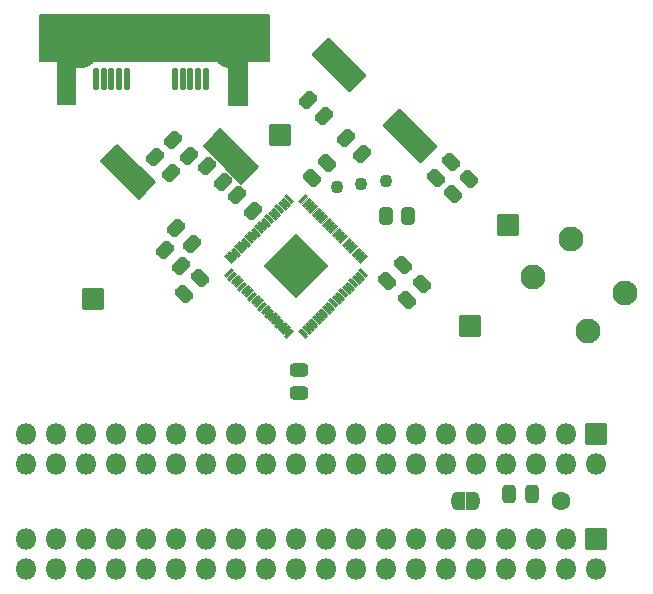
<source format=gbr>
%TF.GenerationSoftware,KiCad,Pcbnew,(6.0.4)*%
%TF.CreationDate,2022-04-10T17:23:06-04:00*%
%TF.ProjectId,ftdi601_breakout,66746469-3630-4315-9f62-7265616b6f75,rev?*%
%TF.SameCoordinates,Original*%
%TF.FileFunction,Soldermask,Top*%
%TF.FilePolarity,Negative*%
%FSLAX46Y46*%
G04 Gerber Fmt 4.6, Leading zero omitted, Abs format (unit mm)*
G04 Created by KiCad (PCBNEW (6.0.4)) date 2022-04-10 17:23:06*
%MOMM*%
%LPD*%
G01*
G04 APERTURE LIST*
G04 Aperture macros list*
%AMRoundRect*
0 Rectangle with rounded corners*
0 $1 Rounding radius*
0 $2 $3 $4 $5 $6 $7 $8 $9 X,Y pos of 4 corners*
0 Add a 4 corners polygon primitive as box body*
4,1,4,$2,$3,$4,$5,$6,$7,$8,$9,$2,$3,0*
0 Add four circle primitives for the rounded corners*
1,1,$1+$1,$2,$3*
1,1,$1+$1,$4,$5*
1,1,$1+$1,$6,$7*
1,1,$1+$1,$8,$9*
0 Add four rect primitives between the rounded corners*
20,1,$1+$1,$2,$3,$4,$5,0*
20,1,$1+$1,$4,$5,$6,$7,0*
20,1,$1+$1,$6,$7,$8,$9,0*
20,1,$1+$1,$8,$9,$2,$3,0*%
%AMFreePoly0*
4,1,37,0.535921,0.785921,0.550800,0.750000,0.550800,-0.750000,0.535921,-0.785921,0.500000,-0.800800,0.000000,-0.800800,-0.012526,-0.795612,-0.080872,-0.794359,-0.095090,-0.792057,-0.230405,-0.749782,-0.243405,-0.743581,-0.361415,-0.665026,-0.372153,-0.655426,-0.463373,-0.546907,-0.470984,-0.534678,-0.528079,-0.404919,-0.531952,-0.391047,-0.549535,-0.256587,-0.548147,-0.256405,-0.550800,-0.250000,
-0.550800,0.250000,-0.550314,0.251174,-0.550158,0.263925,-0.528347,0.404002,-0.524136,0.417775,-0.463888,0.546100,-0.455980,0.558139,-0.362136,0.664397,-0.351168,0.673732,-0.231273,0.749380,-0.218125,0.755261,-0.081818,0.794218,-0.067547,0.796173,-0.011991,0.795833,0.000000,0.800800,0.500000,0.800800,0.535921,0.785921,0.535921,0.785921,$1*%
%AMFreePoly1*
4,1,37,0.012350,0.795685,0.074215,0.795307,0.088460,0.793178,0.224281,0.752559,0.237356,0.746518,0.356318,0.669411,0.367173,0.659942,0.459711,0.552545,0.467470,0.540411,0.526147,0.411359,0.530190,0.397535,0.550287,0.257202,0.550800,0.250000,0.550800,-0.250000,0.550796,-0.250620,0.550647,-0.262836,0.549947,-0.270644,0.526427,-0.410445,0.522048,-0.424167,0.460236,-0.551746,
0.452182,-0.563686,0.357047,-0.668790,0.345965,-0.677991,0.225155,-0.752168,0.211936,-0.757888,0.075163,-0.795177,0.060870,-0.796957,0.011464,-0.796051,0.000000,-0.800800,-0.500000,-0.800800,-0.535921,-0.785921,-0.550800,-0.750000,-0.550800,0.750000,-0.535921,0.785921,-0.500000,0.800800,0.000000,0.800800,0.012350,0.795685,0.012350,0.795685,$1*%
G04 Aperture macros list end*
%ADD10C,0.200000*%
%ADD11C,0.150000*%
%ADD12RoundRect,0.150800X0.100000X0.800000X-0.100000X0.800000X-0.100000X-0.800000X0.100000X-0.800000X0*%
%ADD13C,3.101600*%
%ADD14RoundRect,0.300800X0.512652X0.159099X0.159099X0.512652X-0.512652X-0.159099X-0.159099X-0.512652X0*%
%ADD15RoundRect,0.300800X0.159099X-0.512652X0.512652X-0.159099X-0.159099X0.512652X-0.512652X0.159099X0*%
%ADD16RoundRect,0.300800X0.250000X0.475000X-0.250000X0.475000X-0.250000X-0.475000X0.250000X-0.475000X0*%
%ADD17RoundRect,0.300800X0.475000X-0.250000X0.475000X0.250000X-0.475000X0.250000X-0.475000X-0.250000X0*%
%ADD18RoundRect,0.050800X-0.850000X0.850000X-0.850000X-0.850000X0.850000X-0.850000X0.850000X0.850000X0*%
%ADD19O,1.801600X1.801600*%
%ADD20RoundRect,0.050800X-0.850000X-0.850000X0.850000X-0.850000X0.850000X0.850000X-0.850000X0.850000X0*%
%ADD21C,1.101600*%
%ADD22RoundRect,0.300800X-0.262500X-0.450000X0.262500X-0.450000X0.262500X0.450000X-0.262500X0.450000X0*%
%ADD23RoundRect,0.300800X-0.512652X-0.159099X-0.159099X-0.512652X0.512652X0.159099X0.159099X0.512652X0*%
%ADD24RoundRect,0.300800X0.132583X-0.503814X0.503814X-0.132583X-0.132583X0.503814X-0.503814X0.132583X0*%
%ADD25C,2.101600*%
%ADD26RoundRect,0.050800X2.298097X-0.883883X-0.883883X2.298097X-2.298097X0.883883X0.883883X-2.298097X0*%
%ADD27FreePoly0,180.000000*%
%ADD28FreePoly1,180.000000*%
%ADD29RoundRect,0.100800X0.220971X0.291682X-0.291682X-0.220971X-0.220971X-0.291682X0.291682X0.220971X0*%
%ADD30RoundRect,0.100800X-0.220971X0.291682X-0.291682X0.220971X0.220971X-0.291682X0.291682X-0.220971X0*%
%ADD31RoundRect,0.050800X0.000000X2.687006X-2.687006X0.000000X0.000000X-2.687006X2.687006X0.000000X0*%
%ADD32C,1.601600*%
G04 APERTURE END LIST*
D10*
X144807035Y-69675000D02*
X146307035Y-69675000D01*
X146307035Y-69675000D02*
X146307035Y-73825000D01*
X146307035Y-73825000D02*
X144807035Y-73825000D01*
X144807035Y-73825000D02*
X144807035Y-69675000D01*
G36*
X144807035Y-69675000D02*
G01*
X146307035Y-69675000D01*
X146307035Y-73825000D01*
X144807035Y-73825000D01*
X144807035Y-69675000D01*
G37*
X130307035Y-69350000D02*
X131807035Y-69350000D01*
X131807035Y-69350000D02*
X131807035Y-73800000D01*
X131807035Y-73800000D02*
X130307035Y-73800000D01*
X130307035Y-73800000D02*
X130307035Y-69350000D01*
G36*
X130307035Y-69350000D02*
G01*
X131807035Y-69350000D01*
X131807035Y-73800000D01*
X130307035Y-73800000D01*
X130307035Y-69350000D01*
G37*
D11*
G36*
X138557035Y-80400000D02*
G01*
X137157035Y-81800000D01*
X133957035Y-78600000D01*
X135357035Y-77200000D01*
X138557035Y-80400000D01*
G37*
X138557035Y-80400000D02*
X137157035Y-81800000D01*
X133957035Y-78600000D01*
X135357035Y-77200000D01*
X138557035Y-80400000D01*
X148200000Y-70100000D02*
X128850000Y-70100000D01*
X128850000Y-70100000D02*
X128850000Y-66200000D01*
X128850000Y-66200000D02*
X148200000Y-66200000D01*
X148200000Y-66200000D02*
X148200000Y-70100000D01*
G36*
X148200000Y-70100000D02*
G01*
X128850000Y-70100000D01*
X128850000Y-66200000D01*
X148200000Y-66200000D01*
X148200000Y-70100000D01*
G37*
G36*
X147257035Y-79100000D02*
G01*
X145857035Y-80500000D01*
X142657035Y-77300000D01*
X144057035Y-75900000D01*
X147257035Y-79100000D01*
G37*
X147257035Y-79100000D02*
X145857035Y-80500000D01*
X142657035Y-77300000D01*
X144057035Y-75900000D01*
X147257035Y-79100000D01*
D10*
X144807035Y-69675000D02*
X146307035Y-69675000D01*
X146307035Y-69675000D02*
X146307035Y-73825000D01*
X146307035Y-73825000D02*
X144807035Y-73825000D01*
X144807035Y-73825000D02*
X144807035Y-69675000D01*
G36*
X144807035Y-69675000D02*
G01*
X146307035Y-69675000D01*
X146307035Y-73825000D01*
X144807035Y-73825000D01*
X144807035Y-69675000D01*
G37*
X130307035Y-69350000D02*
X131807035Y-69350000D01*
X131807035Y-69350000D02*
X131807035Y-73800000D01*
X131807035Y-73800000D02*
X130307035Y-73800000D01*
X130307035Y-73800000D02*
X130307035Y-69350000D01*
G36*
X130307035Y-69350000D02*
G01*
X131807035Y-69350000D01*
X131807035Y-73800000D01*
X130307035Y-73800000D01*
X130307035Y-69350000D01*
G37*
D11*
G36*
X138557035Y-80400000D02*
G01*
X137157035Y-81800000D01*
X133957035Y-78600000D01*
X135357035Y-77200000D01*
X138557035Y-80400000D01*
G37*
X138557035Y-80400000D02*
X137157035Y-81800000D01*
X133957035Y-78600000D01*
X135357035Y-77200000D01*
X138557035Y-80400000D01*
X148200000Y-70100000D02*
X128850000Y-70100000D01*
X128850000Y-70100000D02*
X128850000Y-66200000D01*
X128850000Y-66200000D02*
X148200000Y-66200000D01*
X148200000Y-66200000D02*
X148200000Y-70100000D01*
G36*
X148200000Y-70100000D02*
G01*
X128850000Y-70100000D01*
X128850000Y-66200000D01*
X148200000Y-66200000D01*
X148200000Y-70100000D01*
G37*
G36*
X147257035Y-79100000D02*
G01*
X145857035Y-80500000D01*
X142657035Y-77300000D01*
X144057035Y-75900000D01*
X147257035Y-79100000D01*
G37*
X147257035Y-79100000D02*
X145857035Y-80500000D01*
X142657035Y-77300000D01*
X144057035Y-75900000D01*
X147257035Y-79100000D01*
D12*
%TO.C,J1*%
X142850000Y-71675000D03*
X142200000Y-71675000D03*
X141550000Y-71675000D03*
X140250000Y-71675000D03*
X136150000Y-71675000D03*
X135500000Y-71675000D03*
X134850000Y-71675000D03*
X134200000Y-71675000D03*
X133550000Y-71675000D03*
D13*
X132200000Y-69175000D03*
X145000000Y-69175000D03*
D12*
X140900000Y-71675000D03*
%TD*%
D14*
%TO.C,C2*%
X141421751Y-78171751D03*
X140078249Y-76828249D03*
%TD*%
D15*
%TO.C,C11*%
X158214125Y-88757626D03*
X159557627Y-87414124D03*
%TD*%
D16*
%TO.C,C10*%
X170457035Y-106800000D03*
X168557035Y-106800000D03*
%TD*%
D17*
%TO.C,C8*%
X150757035Y-98200000D03*
X150757035Y-96300000D03*
%TD*%
D18*
%TO.C,J3*%
X175900000Y-101725000D03*
D19*
X175900000Y-104265000D03*
X173360000Y-101725000D03*
X173360000Y-104265000D03*
X170820000Y-101725000D03*
X170820000Y-104265000D03*
X168280000Y-101725000D03*
X168280000Y-104265000D03*
X165740000Y-101725000D03*
X165740000Y-104265000D03*
X163200000Y-101725000D03*
X163200000Y-104265000D03*
X160660000Y-101725000D03*
X160660000Y-104265000D03*
X158120000Y-101725000D03*
X158120000Y-104265000D03*
X155580000Y-101725000D03*
X155580000Y-104265000D03*
X153040000Y-101725000D03*
X153040000Y-104265000D03*
X150500000Y-101725000D03*
X150500000Y-104265000D03*
X147960000Y-101725000D03*
X147960000Y-104265000D03*
X145420000Y-101725000D03*
X145420000Y-104265000D03*
X142880000Y-101725000D03*
X142880000Y-104265000D03*
X140340000Y-101725000D03*
X140340000Y-104265000D03*
X137800000Y-101725000D03*
X137800000Y-104265000D03*
X135260000Y-101725000D03*
X135260000Y-104265000D03*
X132720000Y-101725000D03*
X132720000Y-104265000D03*
X130180000Y-101725000D03*
X130180000Y-104265000D03*
X127640000Y-101725000D03*
X127640000Y-104265000D03*
%TD*%
D14*
%TO.C,C6*%
X152871751Y-74771751D03*
X151528249Y-73428249D03*
%TD*%
D15*
%TO.C,C13*%
X141028249Y-89871751D03*
X142371751Y-88528249D03*
%TD*%
D20*
%TO.C,GND*%
X168400000Y-84000000D03*
%TD*%
D21*
%TO.C,GPIO0*%
X155957035Y-80500000D03*
%TD*%
D22*
%TO.C,R2*%
X158107035Y-83250000D03*
X159932035Y-83250000D03*
%TD*%
D23*
%TO.C,C5*%
X154756498Y-76656498D03*
X156100000Y-78000000D03*
%TD*%
D15*
%TO.C,C4*%
X162300000Y-80000000D03*
X163643502Y-78656498D03*
%TD*%
%TO.C,C14*%
X159842374Y-90329377D03*
X161185876Y-88985875D03*
%TD*%
D20*
%TO.C,GND*%
X149100000Y-76400000D03*
%TD*%
D24*
%TO.C,R3*%
X151854765Y-80045235D03*
X153145235Y-78754765D03*
%TD*%
D25*
%TO.C,RESET*%
X178357035Y-89800000D03*
X173760841Y-85203806D03*
X175175055Y-92981981D03*
X170578860Y-88385787D03*
%TD*%
D23*
%TO.C,C7*%
X139428249Y-86128249D03*
X140771751Y-87471751D03*
%TD*%
D18*
%TO.C,J4*%
X175900000Y-110615000D03*
D19*
X175900000Y-113155000D03*
X173360000Y-110615000D03*
X173360000Y-113155000D03*
X170820000Y-110615000D03*
X170820000Y-113155000D03*
X168280000Y-110615000D03*
X168280000Y-113155000D03*
X165740000Y-110615000D03*
X165740000Y-113155000D03*
X163200000Y-110615000D03*
X163200000Y-113155000D03*
X160660000Y-110615000D03*
X160660000Y-113155000D03*
X158120000Y-110615000D03*
X158120000Y-113155000D03*
X155580000Y-110615000D03*
X155580000Y-113155000D03*
X153040000Y-110615000D03*
X153040000Y-113155000D03*
X150500000Y-110615000D03*
X150500000Y-113155000D03*
X147960000Y-110615000D03*
X147960000Y-113155000D03*
X145420000Y-110615000D03*
X145420000Y-113155000D03*
X142880000Y-110615000D03*
X142880000Y-113155000D03*
X140340000Y-110615000D03*
X140340000Y-113155000D03*
X137800000Y-110615000D03*
X137800000Y-113155000D03*
X135260000Y-110615000D03*
X135260000Y-113155000D03*
X132720000Y-110615000D03*
X132720000Y-113155000D03*
X130180000Y-110615000D03*
X130180000Y-113155000D03*
X127640000Y-110615000D03*
X127640000Y-113155000D03*
%TD*%
D26*
%TO.C,Y1*%
X160105204Y-76505204D03*
X154094796Y-70494796D03*
%TD*%
D23*
%TO.C,C9*%
X145464124Y-81464125D03*
X146807626Y-82807627D03*
%TD*%
D27*
%TO.C,JP2*%
X165500000Y-107400000D03*
D28*
X164200000Y-107400000D03*
%TD*%
D14*
%TO.C,C1*%
X141700000Y-85600000D03*
X140356498Y-84256498D03*
%TD*%
D29*
%TO.C,U2*%
X156183371Y-86928078D03*
X155900528Y-86645235D03*
X155617685Y-86362393D03*
X155334843Y-86079550D03*
X155052000Y-85796707D03*
X154769157Y-85513865D03*
X154486314Y-85231022D03*
X154203472Y-84948179D03*
X153920629Y-84665336D03*
X153637786Y-84382494D03*
X153354944Y-84099651D03*
X153072101Y-83816808D03*
X152789258Y-83533966D03*
X152506415Y-83251123D03*
X152223573Y-82968280D03*
X151940730Y-82685437D03*
X151657887Y-82402595D03*
X151375045Y-82119752D03*
X151092202Y-81836909D03*
D30*
X149907798Y-81836909D03*
X149624955Y-82119752D03*
X149342113Y-82402595D03*
X149059270Y-82685437D03*
X148776427Y-82968280D03*
X148493585Y-83251123D03*
X148210742Y-83533966D03*
X147927899Y-83816808D03*
X147645056Y-84099651D03*
X147362214Y-84382494D03*
X147079371Y-84665336D03*
X146796528Y-84948179D03*
X146513686Y-85231022D03*
X146230843Y-85513865D03*
X145948000Y-85796707D03*
X145665157Y-86079550D03*
X145382315Y-86362393D03*
X145099472Y-86645235D03*
X144816629Y-86928078D03*
D29*
X144816629Y-88112482D03*
X145099472Y-88395325D03*
X145382315Y-88678167D03*
X145665157Y-88961010D03*
X145948000Y-89243853D03*
X146230843Y-89526695D03*
X146513686Y-89809538D03*
X146796528Y-90092381D03*
X147079371Y-90375224D03*
X147362214Y-90658066D03*
X147645056Y-90940909D03*
X147927899Y-91223752D03*
X148210742Y-91506594D03*
X148493585Y-91789437D03*
X148776427Y-92072280D03*
X149059270Y-92355123D03*
X149342113Y-92637965D03*
X149624955Y-92920808D03*
X149907798Y-93203651D03*
D30*
X151092202Y-93203651D03*
X151375045Y-92920808D03*
X151657887Y-92637965D03*
X151940730Y-92355123D03*
X152223573Y-92072280D03*
X152506415Y-91789437D03*
X152789258Y-91506594D03*
X153072101Y-91223752D03*
X153354944Y-90940909D03*
X153637786Y-90658066D03*
X153920629Y-90375224D03*
X154203472Y-90092381D03*
X154486314Y-89809538D03*
X154769157Y-89526695D03*
X155052000Y-89243853D03*
X155334843Y-88961010D03*
X155617685Y-88678167D03*
X155900528Y-88395325D03*
X156183371Y-88112482D03*
D31*
X150500000Y-87520280D03*
%TD*%
D24*
%TO.C,R1*%
X163800000Y-81400000D03*
X165090470Y-80109530D03*
%TD*%
D23*
%TO.C,C12*%
X142956498Y-79056498D03*
X144300000Y-80400000D03*
%TD*%
D21*
%TO.C,~{WAKEUP}*%
X158132035Y-80275000D03*
%TD*%
D20*
%TO.C,GND*%
X165257035Y-92550000D03*
%TD*%
%TO.C,GND*%
X133300000Y-90300000D03*
%TD*%
D14*
%TO.C,C3*%
X139921751Y-79593502D03*
X138578249Y-78250000D03*
%TD*%
D32*
%TO.C,VCCIO*%
X172900000Y-107400000D03*
%TD*%
D21*
%TO.C,GPIO1*%
X153957035Y-80800000D03*
%TD*%
G36*
X149987146Y-92773294D02*
G01*
X149987176Y-92774202D01*
X149979912Y-92810716D01*
X150000463Y-92841475D01*
X150036965Y-92848736D01*
X150053818Y-92841755D01*
X150055801Y-92842016D01*
X150056566Y-92843864D01*
X150055997Y-92845017D01*
X149548953Y-93352061D01*
X149547021Y-93352579D01*
X149545607Y-93351165D01*
X149545577Y-93350257D01*
X149552841Y-93313743D01*
X149532290Y-93282984D01*
X149495788Y-93275723D01*
X149478935Y-93282704D01*
X149476952Y-93282443D01*
X149476187Y-93280595D01*
X149476756Y-93279442D01*
X149983800Y-92772398D01*
X149985732Y-92771880D01*
X149987146Y-92773294D01*
G37*
G36*
X151016411Y-92772609D02*
G01*
X151523455Y-93279653D01*
X151523973Y-93281585D01*
X151522559Y-93282999D01*
X151521651Y-93283029D01*
X151485137Y-93275765D01*
X151454378Y-93296316D01*
X151447117Y-93332818D01*
X151454098Y-93349671D01*
X151453837Y-93351654D01*
X151451989Y-93352419D01*
X151450836Y-93351850D01*
X150943792Y-92844806D01*
X150943274Y-92842874D01*
X150944688Y-92841460D01*
X150945596Y-92841430D01*
X150982110Y-92848694D01*
X151012869Y-92828143D01*
X151020130Y-92791641D01*
X151013149Y-92774788D01*
X151013410Y-92772805D01*
X151015258Y-92772040D01*
X151016411Y-92772609D01*
G37*
G36*
X149704306Y-92490449D02*
G01*
X149704336Y-92491357D01*
X149697072Y-92527872D01*
X149717623Y-92558631D01*
X149754124Y-92565892D01*
X149770976Y-92558911D01*
X149772958Y-92559172D01*
X149773724Y-92561020D01*
X149773155Y-92562173D01*
X149266108Y-93069220D01*
X149264176Y-93069738D01*
X149262762Y-93068324D01*
X149262732Y-93067416D01*
X149269996Y-93030901D01*
X149249445Y-93000142D01*
X149212944Y-92992881D01*
X149196092Y-92999862D01*
X149194110Y-92999601D01*
X149193344Y-92997753D01*
X149193913Y-92996600D01*
X149700960Y-92489553D01*
X149702892Y-92489035D01*
X149704306Y-92490449D01*
G37*
G36*
X151299252Y-92489765D02*
G01*
X151806300Y-92996813D01*
X151806818Y-92998745D01*
X151805404Y-93000159D01*
X151804496Y-93000189D01*
X151767981Y-92992925D01*
X151737222Y-93013476D01*
X151729961Y-93049977D01*
X151736942Y-93066829D01*
X151736681Y-93068811D01*
X151734833Y-93069577D01*
X151733680Y-93069008D01*
X151226632Y-92561960D01*
X151226114Y-92560028D01*
X151227528Y-92558614D01*
X151228436Y-92558584D01*
X151264951Y-92565848D01*
X151295710Y-92545297D01*
X151302971Y-92508796D01*
X151295990Y-92491944D01*
X151296251Y-92489962D01*
X151298099Y-92489196D01*
X151299252Y-92489765D01*
G37*
G36*
X149421464Y-92207606D02*
G01*
X149421494Y-92208514D01*
X149414230Y-92245029D01*
X149434781Y-92275788D01*
X149471282Y-92283049D01*
X149488134Y-92276068D01*
X149490116Y-92276329D01*
X149490882Y-92278177D01*
X149490313Y-92279330D01*
X148983265Y-92786378D01*
X148981333Y-92786896D01*
X148979919Y-92785482D01*
X148979889Y-92784574D01*
X148987153Y-92748059D01*
X148966602Y-92717300D01*
X148930101Y-92710039D01*
X148913249Y-92717020D01*
X148911267Y-92716759D01*
X148910501Y-92714911D01*
X148911070Y-92713758D01*
X149418118Y-92206710D01*
X149420050Y-92206192D01*
X149421464Y-92207606D01*
G37*
G36*
X151582095Y-92206923D02*
G01*
X152089142Y-92713970D01*
X152089660Y-92715902D01*
X152088246Y-92717316D01*
X152087338Y-92717346D01*
X152050823Y-92710082D01*
X152020064Y-92730633D01*
X152012803Y-92767134D01*
X152019784Y-92783986D01*
X152019523Y-92785968D01*
X152017675Y-92786734D01*
X152016522Y-92786165D01*
X151509475Y-92279118D01*
X151508957Y-92277186D01*
X151510371Y-92275772D01*
X151511279Y-92275742D01*
X151547794Y-92283006D01*
X151578553Y-92262455D01*
X151585814Y-92225954D01*
X151578833Y-92209102D01*
X151579094Y-92207120D01*
X151580942Y-92206354D01*
X151582095Y-92206923D01*
G37*
G36*
X149138618Y-91924766D02*
G01*
X149138648Y-91925674D01*
X149131384Y-91962188D01*
X149151935Y-91992947D01*
X149188437Y-92000208D01*
X149205290Y-91993227D01*
X149207273Y-91993488D01*
X149208038Y-91995336D01*
X149207469Y-91996489D01*
X148700425Y-92503533D01*
X148698493Y-92504051D01*
X148697079Y-92502637D01*
X148697049Y-92501729D01*
X148704313Y-92465215D01*
X148683762Y-92434456D01*
X148647260Y-92427195D01*
X148630407Y-92434176D01*
X148628424Y-92433915D01*
X148627659Y-92432067D01*
X148628228Y-92430914D01*
X149135272Y-91923870D01*
X149137204Y-91923352D01*
X149138618Y-91924766D01*
G37*
G36*
X151864939Y-91924081D02*
G01*
X152371983Y-92431125D01*
X152372501Y-92433057D01*
X152371087Y-92434471D01*
X152370179Y-92434501D01*
X152333665Y-92427237D01*
X152302906Y-92447788D01*
X152295645Y-92484290D01*
X152302626Y-92501143D01*
X152302365Y-92503126D01*
X152300517Y-92503891D01*
X152299364Y-92503322D01*
X151792320Y-91996278D01*
X151791802Y-91994346D01*
X151793216Y-91992932D01*
X151794124Y-91992902D01*
X151830638Y-92000166D01*
X151861397Y-91979615D01*
X151868658Y-91943113D01*
X151861677Y-91926260D01*
X151861938Y-91924277D01*
X151863786Y-91923512D01*
X151864939Y-91924081D01*
G37*
G36*
X148855778Y-91641921D02*
G01*
X148855808Y-91642829D01*
X148848544Y-91679344D01*
X148869095Y-91710103D01*
X148905596Y-91717364D01*
X148922448Y-91710383D01*
X148924430Y-91710644D01*
X148925196Y-91712492D01*
X148924627Y-91713645D01*
X148417580Y-92220692D01*
X148415648Y-92221210D01*
X148414234Y-92219796D01*
X148414204Y-92218888D01*
X148421468Y-92182373D01*
X148400917Y-92151614D01*
X148364416Y-92144353D01*
X148347564Y-92151334D01*
X148345582Y-92151073D01*
X148344816Y-92149225D01*
X148345385Y-92148072D01*
X148852432Y-91641025D01*
X148854364Y-91640507D01*
X148855778Y-91641921D01*
G37*
G36*
X152147780Y-91641237D02*
G01*
X152654828Y-92148285D01*
X152655346Y-92150217D01*
X152653932Y-92151631D01*
X152653024Y-92151661D01*
X152616509Y-92144397D01*
X152585750Y-92164948D01*
X152578489Y-92201449D01*
X152585470Y-92218301D01*
X152585209Y-92220283D01*
X152583361Y-92221049D01*
X152582208Y-92220480D01*
X152075160Y-91713432D01*
X152074642Y-91711500D01*
X152076056Y-91710086D01*
X152076964Y-91710056D01*
X152113479Y-91717320D01*
X152144238Y-91696769D01*
X152151499Y-91660268D01*
X152144518Y-91643416D01*
X152144779Y-91641434D01*
X152146627Y-91640668D01*
X152147780Y-91641237D01*
G37*
G36*
X148572933Y-91359080D02*
G01*
X148572963Y-91359988D01*
X148565699Y-91396502D01*
X148586250Y-91427261D01*
X148622752Y-91434522D01*
X148639605Y-91427541D01*
X148641588Y-91427802D01*
X148642353Y-91429650D01*
X148641784Y-91430803D01*
X148134740Y-91937847D01*
X148132808Y-91938365D01*
X148131394Y-91936951D01*
X148131364Y-91936043D01*
X148138628Y-91899529D01*
X148118077Y-91868770D01*
X148081575Y-91861509D01*
X148064722Y-91868490D01*
X148062739Y-91868229D01*
X148061974Y-91866381D01*
X148062543Y-91865228D01*
X148569587Y-91358184D01*
X148571519Y-91357666D01*
X148572933Y-91359080D01*
G37*
G36*
X152430624Y-91358395D02*
G01*
X152937668Y-91865439D01*
X152938186Y-91867371D01*
X152936772Y-91868785D01*
X152935864Y-91868815D01*
X152899350Y-91861551D01*
X152868591Y-91882102D01*
X152861330Y-91918604D01*
X152868311Y-91935457D01*
X152868050Y-91937440D01*
X152866202Y-91938205D01*
X152865049Y-91937636D01*
X152358005Y-91430592D01*
X152357487Y-91428660D01*
X152358901Y-91427246D01*
X152359809Y-91427216D01*
X152396323Y-91434480D01*
X152427082Y-91413929D01*
X152434343Y-91377427D01*
X152427362Y-91360574D01*
X152427623Y-91358591D01*
X152429471Y-91357826D01*
X152430624Y-91358395D01*
G37*
G36*
X148290093Y-91076235D02*
G01*
X148290123Y-91077143D01*
X148282859Y-91113658D01*
X148303410Y-91144417D01*
X148339911Y-91151678D01*
X148356763Y-91144697D01*
X148358745Y-91144958D01*
X148359511Y-91146806D01*
X148358942Y-91147959D01*
X147851894Y-91655007D01*
X147849962Y-91655525D01*
X147848548Y-91654111D01*
X147848518Y-91653203D01*
X147855782Y-91616688D01*
X147835231Y-91585929D01*
X147798730Y-91578668D01*
X147781878Y-91585649D01*
X147779896Y-91585388D01*
X147779130Y-91583540D01*
X147779699Y-91582387D01*
X148286747Y-91075339D01*
X148288679Y-91074821D01*
X148290093Y-91076235D01*
G37*
G36*
X152713466Y-91075552D02*
G01*
X153220513Y-91582599D01*
X153221031Y-91584531D01*
X153219617Y-91585945D01*
X153218709Y-91585975D01*
X153182194Y-91578711D01*
X153151435Y-91599262D01*
X153144174Y-91635763D01*
X153151155Y-91652615D01*
X153150894Y-91654597D01*
X153149046Y-91655363D01*
X153147893Y-91654794D01*
X152640846Y-91147747D01*
X152640328Y-91145815D01*
X152641742Y-91144401D01*
X152642650Y-91144371D01*
X152679165Y-91151635D01*
X152709924Y-91131084D01*
X152717185Y-91094583D01*
X152710204Y-91077731D01*
X152710465Y-91075749D01*
X152712313Y-91074983D01*
X152713466Y-91075552D01*
G37*
G36*
X148007247Y-90793395D02*
G01*
X148007277Y-90794303D01*
X148000013Y-90830817D01*
X148020564Y-90861576D01*
X148057066Y-90868837D01*
X148073919Y-90861856D01*
X148075902Y-90862117D01*
X148076667Y-90863965D01*
X148076098Y-90865118D01*
X147569054Y-91372162D01*
X147567122Y-91372680D01*
X147565708Y-91371266D01*
X147565678Y-91370358D01*
X147572942Y-91333844D01*
X147552391Y-91303085D01*
X147515889Y-91295824D01*
X147499036Y-91302805D01*
X147497053Y-91302544D01*
X147496288Y-91300696D01*
X147496857Y-91299543D01*
X148003901Y-90792499D01*
X148005833Y-90791981D01*
X148007247Y-90793395D01*
G37*
G36*
X152996310Y-90792710D02*
G01*
X153503354Y-91299754D01*
X153503872Y-91301686D01*
X153502458Y-91303100D01*
X153501550Y-91303130D01*
X153465036Y-91295866D01*
X153434277Y-91316417D01*
X153427016Y-91352919D01*
X153433997Y-91369772D01*
X153433736Y-91371755D01*
X153431888Y-91372520D01*
X153430735Y-91371951D01*
X152923691Y-90864907D01*
X152923173Y-90862975D01*
X152924587Y-90861561D01*
X152925495Y-90861531D01*
X152962009Y-90868795D01*
X152992768Y-90848244D01*
X153000029Y-90811742D01*
X152993048Y-90794889D01*
X152993309Y-90792906D01*
X152995157Y-90792141D01*
X152996310Y-90792710D01*
G37*
G36*
X147724407Y-90510550D02*
G01*
X147724437Y-90511458D01*
X147717173Y-90547973D01*
X147737724Y-90578732D01*
X147774225Y-90585993D01*
X147791077Y-90579012D01*
X147793059Y-90579273D01*
X147793825Y-90581121D01*
X147793256Y-90582274D01*
X147286209Y-91089321D01*
X147284277Y-91089839D01*
X147282863Y-91088425D01*
X147282833Y-91087517D01*
X147290097Y-91051002D01*
X147269546Y-91020243D01*
X147233045Y-91012982D01*
X147216193Y-91019963D01*
X147214211Y-91019702D01*
X147213445Y-91017854D01*
X147214014Y-91016701D01*
X147721061Y-90509654D01*
X147722993Y-90509136D01*
X147724407Y-90510550D01*
G37*
G36*
X153279151Y-90509866D02*
G01*
X153786199Y-91016914D01*
X153786717Y-91018846D01*
X153785303Y-91020260D01*
X153784395Y-91020290D01*
X153747880Y-91013026D01*
X153717121Y-91033577D01*
X153709860Y-91070078D01*
X153716841Y-91086930D01*
X153716580Y-91088912D01*
X153714732Y-91089678D01*
X153713579Y-91089109D01*
X153206531Y-90582061D01*
X153206013Y-90580129D01*
X153207427Y-90578715D01*
X153208335Y-90578685D01*
X153244850Y-90585949D01*
X153275609Y-90565398D01*
X153282870Y-90528897D01*
X153275889Y-90512045D01*
X153276150Y-90510063D01*
X153277998Y-90509297D01*
X153279151Y-90509866D01*
G37*
G36*
X147441565Y-90227707D02*
G01*
X147441595Y-90228615D01*
X147434331Y-90265130D01*
X147454882Y-90295889D01*
X147491383Y-90303150D01*
X147508235Y-90296169D01*
X147510217Y-90296430D01*
X147510983Y-90298278D01*
X147510414Y-90299431D01*
X147003366Y-90806479D01*
X147001434Y-90806997D01*
X147000020Y-90805583D01*
X146999990Y-90804675D01*
X147007254Y-90768160D01*
X146986703Y-90737401D01*
X146950202Y-90730140D01*
X146933350Y-90737121D01*
X146931368Y-90736860D01*
X146930602Y-90735012D01*
X146931171Y-90733859D01*
X147438219Y-90226811D01*
X147440151Y-90226293D01*
X147441565Y-90227707D01*
G37*
G36*
X153561994Y-90227024D02*
G01*
X154069041Y-90734071D01*
X154069559Y-90736003D01*
X154068145Y-90737417D01*
X154067237Y-90737447D01*
X154030722Y-90730183D01*
X153999963Y-90750734D01*
X153992702Y-90787235D01*
X153999683Y-90804087D01*
X153999422Y-90806069D01*
X153997574Y-90806835D01*
X153996421Y-90806266D01*
X153489374Y-90299219D01*
X153488856Y-90297287D01*
X153490270Y-90295873D01*
X153491178Y-90295843D01*
X153527693Y-90303107D01*
X153558452Y-90282556D01*
X153565713Y-90246055D01*
X153558732Y-90229203D01*
X153558993Y-90227221D01*
X153560841Y-90226455D01*
X153561994Y-90227024D01*
G37*
G36*
X147158719Y-89944867D02*
G01*
X147158749Y-89945775D01*
X147151485Y-89982289D01*
X147172036Y-90013048D01*
X147208538Y-90020309D01*
X147225391Y-90013328D01*
X147227374Y-90013589D01*
X147228139Y-90015437D01*
X147227570Y-90016590D01*
X146720526Y-90523634D01*
X146718594Y-90524152D01*
X146717180Y-90522738D01*
X146717150Y-90521830D01*
X146724414Y-90485316D01*
X146703863Y-90454557D01*
X146667361Y-90447296D01*
X146650508Y-90454277D01*
X146648525Y-90454016D01*
X146647760Y-90452168D01*
X146648329Y-90451015D01*
X147155373Y-89943971D01*
X147157305Y-89943453D01*
X147158719Y-89944867D01*
G37*
G36*
X153844838Y-89944182D02*
G01*
X154351882Y-90451226D01*
X154352400Y-90453158D01*
X154350986Y-90454572D01*
X154350078Y-90454602D01*
X154313564Y-90447338D01*
X154282805Y-90467889D01*
X154275544Y-90504391D01*
X154282525Y-90521244D01*
X154282264Y-90523227D01*
X154280416Y-90523992D01*
X154279263Y-90523423D01*
X153772219Y-90016379D01*
X153771701Y-90014447D01*
X153773115Y-90013033D01*
X153774023Y-90013003D01*
X153810537Y-90020267D01*
X153841296Y-89999716D01*
X153848557Y-89963214D01*
X153841576Y-89946361D01*
X153841837Y-89944378D01*
X153843685Y-89943613D01*
X153844838Y-89944182D01*
G37*
G36*
X146875879Y-89662022D02*
G01*
X146875909Y-89662930D01*
X146868645Y-89699445D01*
X146889196Y-89730204D01*
X146925697Y-89737465D01*
X146942549Y-89730484D01*
X146944531Y-89730745D01*
X146945297Y-89732593D01*
X146944728Y-89733746D01*
X146437681Y-90240793D01*
X146435749Y-90241311D01*
X146434335Y-90239897D01*
X146434305Y-90238989D01*
X146441569Y-90202474D01*
X146421018Y-90171715D01*
X146384517Y-90164454D01*
X146367665Y-90171435D01*
X146365683Y-90171174D01*
X146364917Y-90169326D01*
X146365486Y-90168173D01*
X146872533Y-89661126D01*
X146874465Y-89660608D01*
X146875879Y-89662022D01*
G37*
G36*
X154127679Y-89661338D02*
G01*
X154634727Y-90168386D01*
X154635245Y-90170318D01*
X154633831Y-90171732D01*
X154632923Y-90171762D01*
X154596408Y-90164498D01*
X154565649Y-90185049D01*
X154558388Y-90221550D01*
X154565369Y-90238402D01*
X154565108Y-90240384D01*
X154563260Y-90241150D01*
X154562107Y-90240581D01*
X154055059Y-89733533D01*
X154054541Y-89731601D01*
X154055955Y-89730187D01*
X154056863Y-89730157D01*
X154093378Y-89737421D01*
X154124137Y-89716870D01*
X154131398Y-89680369D01*
X154124417Y-89663517D01*
X154124678Y-89661535D01*
X154126526Y-89660769D01*
X154127679Y-89661338D01*
G37*
G36*
X146593034Y-89379181D02*
G01*
X146593064Y-89380089D01*
X146585800Y-89416603D01*
X146606351Y-89447362D01*
X146642853Y-89454623D01*
X146659706Y-89447642D01*
X146661689Y-89447903D01*
X146662454Y-89449751D01*
X146661885Y-89450904D01*
X146154841Y-89957948D01*
X146152909Y-89958466D01*
X146151495Y-89957052D01*
X146151465Y-89956144D01*
X146158729Y-89919630D01*
X146138178Y-89888871D01*
X146101676Y-89881610D01*
X146084823Y-89888591D01*
X146082840Y-89888330D01*
X146082075Y-89886482D01*
X146082644Y-89885329D01*
X146589688Y-89378285D01*
X146591620Y-89377767D01*
X146593034Y-89379181D01*
G37*
G36*
X154410523Y-89378496D02*
G01*
X154917567Y-89885540D01*
X154918085Y-89887472D01*
X154916671Y-89888886D01*
X154915763Y-89888916D01*
X154879249Y-89881652D01*
X154848490Y-89902203D01*
X154841229Y-89938705D01*
X154848210Y-89955558D01*
X154847949Y-89957541D01*
X154846101Y-89958306D01*
X154844948Y-89957737D01*
X154337904Y-89450693D01*
X154337386Y-89448761D01*
X154338800Y-89447347D01*
X154339708Y-89447317D01*
X154376222Y-89454581D01*
X154406981Y-89434030D01*
X154414242Y-89397528D01*
X154407261Y-89380675D01*
X154407522Y-89378692D01*
X154409370Y-89377927D01*
X154410523Y-89378496D01*
G37*
G36*
X146310194Y-89096336D02*
G01*
X146310224Y-89097244D01*
X146302960Y-89133759D01*
X146323511Y-89164518D01*
X146360012Y-89171779D01*
X146376864Y-89164798D01*
X146378846Y-89165059D01*
X146379612Y-89166907D01*
X146379043Y-89168060D01*
X145871995Y-89675108D01*
X145870063Y-89675626D01*
X145868649Y-89674212D01*
X145868619Y-89673304D01*
X145875883Y-89636789D01*
X145855332Y-89606030D01*
X145818831Y-89598769D01*
X145801979Y-89605750D01*
X145799997Y-89605489D01*
X145799231Y-89603641D01*
X145799800Y-89602488D01*
X146306848Y-89095440D01*
X146308780Y-89094922D01*
X146310194Y-89096336D01*
G37*
G36*
X154693365Y-89095653D02*
G01*
X155200412Y-89602700D01*
X155200930Y-89604632D01*
X155199516Y-89606046D01*
X155198608Y-89606076D01*
X155162093Y-89598812D01*
X155131334Y-89619363D01*
X155124073Y-89655864D01*
X155131054Y-89672716D01*
X155130793Y-89674698D01*
X155128945Y-89675464D01*
X155127792Y-89674895D01*
X154620745Y-89167848D01*
X154620227Y-89165916D01*
X154621641Y-89164502D01*
X154622549Y-89164472D01*
X154659064Y-89171736D01*
X154689823Y-89151185D01*
X154697084Y-89114684D01*
X154690103Y-89097832D01*
X154690364Y-89095850D01*
X154692212Y-89095084D01*
X154693365Y-89095653D01*
G37*
G36*
X146027348Y-88813496D02*
G01*
X146027378Y-88814404D01*
X146020114Y-88850918D01*
X146040665Y-88881677D01*
X146077167Y-88888938D01*
X146094020Y-88881957D01*
X146096003Y-88882218D01*
X146096768Y-88884066D01*
X146096199Y-88885219D01*
X145589155Y-89392263D01*
X145587223Y-89392781D01*
X145585809Y-89391367D01*
X145585779Y-89390459D01*
X145593043Y-89353945D01*
X145572492Y-89323186D01*
X145535990Y-89315925D01*
X145519137Y-89322906D01*
X145517154Y-89322645D01*
X145516389Y-89320797D01*
X145516958Y-89319644D01*
X146024002Y-88812600D01*
X146025934Y-88812082D01*
X146027348Y-88813496D01*
G37*
G36*
X154976209Y-88812811D02*
G01*
X155483253Y-89319855D01*
X155483771Y-89321787D01*
X155482357Y-89323201D01*
X155481449Y-89323231D01*
X155444935Y-89315967D01*
X155414176Y-89336518D01*
X155406915Y-89373020D01*
X155413896Y-89389873D01*
X155413635Y-89391856D01*
X155411787Y-89392621D01*
X155410634Y-89392052D01*
X154903590Y-88885008D01*
X154903072Y-88883076D01*
X154904486Y-88881662D01*
X154905394Y-88881632D01*
X154941908Y-88888896D01*
X154972667Y-88868345D01*
X154979928Y-88831843D01*
X154972947Y-88814990D01*
X154973208Y-88813007D01*
X154975056Y-88812242D01*
X154976209Y-88812811D01*
G37*
G36*
X145744508Y-88530651D02*
G01*
X145744538Y-88531559D01*
X145737274Y-88568074D01*
X145757825Y-88598833D01*
X145794326Y-88606094D01*
X145811178Y-88599113D01*
X145813160Y-88599374D01*
X145813926Y-88601222D01*
X145813357Y-88602375D01*
X145306310Y-89109422D01*
X145304378Y-89109940D01*
X145302964Y-89108526D01*
X145302934Y-89107618D01*
X145310198Y-89071103D01*
X145289647Y-89040344D01*
X145253146Y-89033083D01*
X145236294Y-89040064D01*
X145234312Y-89039803D01*
X145233546Y-89037955D01*
X145234115Y-89036802D01*
X145741162Y-88529755D01*
X145743094Y-88529237D01*
X145744508Y-88530651D01*
G37*
G36*
X155259050Y-88529967D02*
G01*
X155766098Y-89037015D01*
X155766616Y-89038947D01*
X155765202Y-89040361D01*
X155764294Y-89040391D01*
X155727779Y-89033127D01*
X155697020Y-89053678D01*
X155689759Y-89090179D01*
X155696740Y-89107031D01*
X155696479Y-89109013D01*
X155694631Y-89109779D01*
X155693478Y-89109210D01*
X155186430Y-88602162D01*
X155185912Y-88600230D01*
X155187326Y-88598816D01*
X155188234Y-88598786D01*
X155224749Y-88606050D01*
X155255508Y-88585499D01*
X155262769Y-88548998D01*
X155255788Y-88532146D01*
X155256049Y-88530164D01*
X155257897Y-88529398D01*
X155259050Y-88529967D01*
G37*
G36*
X145461666Y-88247808D02*
G01*
X145461696Y-88248716D01*
X145454432Y-88285231D01*
X145474983Y-88315990D01*
X145511484Y-88323251D01*
X145528336Y-88316270D01*
X145530318Y-88316531D01*
X145531084Y-88318379D01*
X145530515Y-88319532D01*
X145023467Y-88826580D01*
X145021535Y-88827098D01*
X145020121Y-88825684D01*
X145020091Y-88824776D01*
X145027355Y-88788261D01*
X145006804Y-88757502D01*
X144970303Y-88750241D01*
X144953451Y-88757222D01*
X144951469Y-88756961D01*
X144950703Y-88755113D01*
X144951272Y-88753960D01*
X145458320Y-88246912D01*
X145460252Y-88246394D01*
X145461666Y-88247808D01*
G37*
G36*
X155541893Y-88247125D02*
G01*
X156048940Y-88754172D01*
X156049458Y-88756104D01*
X156048044Y-88757518D01*
X156047136Y-88757548D01*
X156010621Y-88750284D01*
X155979862Y-88770835D01*
X155972601Y-88807336D01*
X155979582Y-88824188D01*
X155979321Y-88826170D01*
X155977473Y-88826936D01*
X155976320Y-88826367D01*
X155469273Y-88319320D01*
X155468755Y-88317388D01*
X155470169Y-88315974D01*
X155471077Y-88315944D01*
X155507592Y-88323208D01*
X155538351Y-88302657D01*
X155545612Y-88266156D01*
X155538631Y-88249304D01*
X155538892Y-88247322D01*
X155540740Y-88246556D01*
X155541893Y-88247125D01*
G37*
G36*
X145178820Y-87964968D02*
G01*
X145178850Y-87965876D01*
X145171586Y-88002390D01*
X145192137Y-88033149D01*
X145228639Y-88040410D01*
X145245492Y-88033429D01*
X145247475Y-88033690D01*
X145248240Y-88035538D01*
X145247671Y-88036691D01*
X144740627Y-88543735D01*
X144738695Y-88544253D01*
X144737281Y-88542839D01*
X144737251Y-88541931D01*
X144744515Y-88505417D01*
X144723964Y-88474658D01*
X144687462Y-88467397D01*
X144670609Y-88474378D01*
X144668626Y-88474117D01*
X144667861Y-88472269D01*
X144668430Y-88471116D01*
X145175474Y-87964072D01*
X145177406Y-87963554D01*
X145178820Y-87964968D01*
G37*
G36*
X155824737Y-87964283D02*
G01*
X156331781Y-88471327D01*
X156332299Y-88473259D01*
X156330885Y-88474673D01*
X156329977Y-88474703D01*
X156293463Y-88467439D01*
X156262704Y-88487990D01*
X156255443Y-88524492D01*
X156262424Y-88541345D01*
X156262163Y-88543328D01*
X156260315Y-88544093D01*
X156259162Y-88543524D01*
X155752118Y-88036480D01*
X155751600Y-88034548D01*
X155753014Y-88033134D01*
X155753922Y-88033104D01*
X155790436Y-88040368D01*
X155821195Y-88019817D01*
X155828456Y-87983315D01*
X155821475Y-87966462D01*
X155821736Y-87964479D01*
X155823584Y-87963714D01*
X155824737Y-87964283D01*
G37*
G36*
X156262719Y-86497721D02*
G01*
X156262749Y-86498629D01*
X156255485Y-86535143D01*
X156276036Y-86565902D01*
X156312538Y-86573163D01*
X156329391Y-86566182D01*
X156331374Y-86566443D01*
X156332139Y-86568291D01*
X156331570Y-86569444D01*
X155824526Y-87076488D01*
X155822594Y-87077006D01*
X155821180Y-87075592D01*
X155821150Y-87074684D01*
X155828414Y-87038170D01*
X155807863Y-87007411D01*
X155771361Y-87000150D01*
X155754508Y-87007131D01*
X155752525Y-87006870D01*
X155751760Y-87005022D01*
X155752329Y-87003869D01*
X156259373Y-86496825D01*
X156261305Y-86496307D01*
X156262719Y-86497721D01*
G37*
G36*
X144740838Y-86497036D02*
G01*
X145247882Y-87004080D01*
X145248400Y-87006012D01*
X145246986Y-87007426D01*
X145246078Y-87007456D01*
X145209564Y-87000192D01*
X145178805Y-87020743D01*
X145171544Y-87057245D01*
X145178525Y-87074098D01*
X145178264Y-87076081D01*
X145176416Y-87076846D01*
X145175263Y-87076277D01*
X144668219Y-86569233D01*
X144667701Y-86567301D01*
X144669115Y-86565887D01*
X144670023Y-86565857D01*
X144706537Y-86573121D01*
X144737296Y-86552570D01*
X144744557Y-86516068D01*
X144737576Y-86499215D01*
X144737837Y-86497232D01*
X144739685Y-86496467D01*
X144740838Y-86497036D01*
G37*
G36*
X155979879Y-86214876D02*
G01*
X155979909Y-86215784D01*
X155972645Y-86252299D01*
X155993196Y-86283058D01*
X156029697Y-86290319D01*
X156046549Y-86283338D01*
X156048531Y-86283599D01*
X156049297Y-86285447D01*
X156048728Y-86286600D01*
X155541680Y-86793648D01*
X155539748Y-86794166D01*
X155538334Y-86792752D01*
X155538304Y-86791844D01*
X155545568Y-86755329D01*
X155525017Y-86724570D01*
X155488516Y-86717309D01*
X155471664Y-86724290D01*
X155469682Y-86724029D01*
X155468916Y-86722181D01*
X155469485Y-86721028D01*
X155976533Y-86213980D01*
X155978465Y-86213462D01*
X155979879Y-86214876D01*
G37*
G36*
X145023680Y-86214193D02*
G01*
X145530727Y-86721240D01*
X145531245Y-86723172D01*
X145529831Y-86724586D01*
X145528923Y-86724616D01*
X145492408Y-86717352D01*
X145461649Y-86737903D01*
X145454388Y-86774404D01*
X145461369Y-86791256D01*
X145461108Y-86793238D01*
X145459260Y-86794004D01*
X145458107Y-86793435D01*
X144951060Y-86286388D01*
X144950542Y-86284456D01*
X144951956Y-86283042D01*
X144952864Y-86283012D01*
X144989379Y-86290276D01*
X145020138Y-86269725D01*
X145027399Y-86233224D01*
X145020418Y-86216372D01*
X145020679Y-86214390D01*
X145022527Y-86213624D01*
X145023680Y-86214193D01*
G37*
G36*
X155697036Y-85932034D02*
G01*
X155697066Y-85932942D01*
X155689802Y-85969457D01*
X155710353Y-86000216D01*
X155746854Y-86007477D01*
X155763706Y-86000496D01*
X155765688Y-86000757D01*
X155766454Y-86002605D01*
X155765885Y-86003758D01*
X155258838Y-86510805D01*
X155256906Y-86511323D01*
X155255492Y-86509909D01*
X155255462Y-86509001D01*
X155262726Y-86472486D01*
X155242175Y-86441727D01*
X155205674Y-86434466D01*
X155188822Y-86441447D01*
X155186840Y-86441186D01*
X155186074Y-86439338D01*
X155186643Y-86438185D01*
X155693690Y-85931138D01*
X155695622Y-85930620D01*
X155697036Y-85932034D01*
G37*
G36*
X145306522Y-85931350D02*
G01*
X145813570Y-86438398D01*
X145814088Y-86440330D01*
X145812674Y-86441744D01*
X145811766Y-86441774D01*
X145775251Y-86434510D01*
X145744492Y-86455061D01*
X145737231Y-86491562D01*
X145744212Y-86508414D01*
X145743951Y-86510396D01*
X145742103Y-86511162D01*
X145740950Y-86510593D01*
X145233902Y-86003545D01*
X145233384Y-86001613D01*
X145234798Y-86000199D01*
X145235706Y-86000169D01*
X145272221Y-86007433D01*
X145302980Y-85986882D01*
X145310241Y-85950381D01*
X145303260Y-85933529D01*
X145303521Y-85931547D01*
X145305369Y-85930781D01*
X145306522Y-85931350D01*
G37*
G36*
X155414191Y-85649193D02*
G01*
X155414221Y-85650101D01*
X155406957Y-85686615D01*
X155427508Y-85717374D01*
X155464010Y-85724635D01*
X155480863Y-85717654D01*
X155482846Y-85717915D01*
X155483611Y-85719763D01*
X155483042Y-85720916D01*
X154975998Y-86227960D01*
X154974066Y-86228478D01*
X154972652Y-86227064D01*
X154972622Y-86226156D01*
X154979886Y-86189642D01*
X154959335Y-86158883D01*
X154922833Y-86151622D01*
X154905980Y-86158603D01*
X154903997Y-86158342D01*
X154903232Y-86156494D01*
X154903801Y-86155341D01*
X155410845Y-85648297D01*
X155412777Y-85647779D01*
X155414191Y-85649193D01*
G37*
G36*
X145589366Y-85648508D02*
G01*
X146096410Y-86155552D01*
X146096928Y-86157484D01*
X146095514Y-86158898D01*
X146094606Y-86158928D01*
X146058092Y-86151664D01*
X146027333Y-86172215D01*
X146020072Y-86208717D01*
X146027053Y-86225570D01*
X146026792Y-86227553D01*
X146024944Y-86228318D01*
X146023791Y-86227749D01*
X145516747Y-85720705D01*
X145516229Y-85718773D01*
X145517643Y-85717359D01*
X145518551Y-85717329D01*
X145555065Y-85724593D01*
X145585824Y-85704042D01*
X145593085Y-85667540D01*
X145586104Y-85650687D01*
X145586365Y-85648704D01*
X145588213Y-85647939D01*
X145589366Y-85648508D01*
G37*
G36*
X155131351Y-85366348D02*
G01*
X155131381Y-85367256D01*
X155124117Y-85403771D01*
X155144668Y-85434530D01*
X155181169Y-85441791D01*
X155198021Y-85434810D01*
X155200003Y-85435071D01*
X155200769Y-85436919D01*
X155200200Y-85438072D01*
X154693152Y-85945120D01*
X154691220Y-85945638D01*
X154689806Y-85944224D01*
X154689776Y-85943316D01*
X154697040Y-85906801D01*
X154676489Y-85876042D01*
X154639988Y-85868781D01*
X154623136Y-85875762D01*
X154621154Y-85875501D01*
X154620388Y-85873653D01*
X154620957Y-85872500D01*
X155128005Y-85365452D01*
X155129937Y-85364934D01*
X155131351Y-85366348D01*
G37*
G36*
X145872208Y-85365665D02*
G01*
X146379255Y-85872712D01*
X146379773Y-85874644D01*
X146378359Y-85876058D01*
X146377451Y-85876088D01*
X146340936Y-85868824D01*
X146310177Y-85889375D01*
X146302916Y-85925876D01*
X146309897Y-85942728D01*
X146309636Y-85944710D01*
X146307788Y-85945476D01*
X146306635Y-85944907D01*
X145799588Y-85437860D01*
X145799070Y-85435928D01*
X145800484Y-85434514D01*
X145801392Y-85434484D01*
X145837907Y-85441748D01*
X145868666Y-85421197D01*
X145875927Y-85384696D01*
X145868946Y-85367844D01*
X145869207Y-85365862D01*
X145871055Y-85365096D01*
X145872208Y-85365665D01*
G37*
G36*
X154848505Y-85083508D02*
G01*
X154848535Y-85084416D01*
X154841271Y-85120930D01*
X154861822Y-85151689D01*
X154898324Y-85158950D01*
X154915177Y-85151969D01*
X154917160Y-85152230D01*
X154917925Y-85154078D01*
X154917356Y-85155231D01*
X154410312Y-85662275D01*
X154408380Y-85662793D01*
X154406966Y-85661379D01*
X154406936Y-85660471D01*
X154414200Y-85623957D01*
X154393649Y-85593198D01*
X154357147Y-85585937D01*
X154340294Y-85592918D01*
X154338311Y-85592657D01*
X154337546Y-85590809D01*
X154338115Y-85589656D01*
X154845159Y-85082612D01*
X154847091Y-85082094D01*
X154848505Y-85083508D01*
G37*
G36*
X146155052Y-85082823D02*
G01*
X146662096Y-85589867D01*
X146662614Y-85591799D01*
X146661200Y-85593213D01*
X146660292Y-85593243D01*
X146623778Y-85585979D01*
X146593019Y-85606530D01*
X146585758Y-85643032D01*
X146592739Y-85659885D01*
X146592478Y-85661868D01*
X146590630Y-85662633D01*
X146589477Y-85662064D01*
X146082433Y-85155020D01*
X146081915Y-85153088D01*
X146083329Y-85151674D01*
X146084237Y-85151644D01*
X146120751Y-85158908D01*
X146151510Y-85138357D01*
X146158771Y-85101855D01*
X146151790Y-85085002D01*
X146152051Y-85083019D01*
X146153899Y-85082254D01*
X146155052Y-85082823D01*
G37*
G36*
X154565665Y-84800663D02*
G01*
X154565695Y-84801571D01*
X154558431Y-84838086D01*
X154578982Y-84868845D01*
X154615483Y-84876106D01*
X154632335Y-84869125D01*
X154634317Y-84869386D01*
X154635083Y-84871234D01*
X154634514Y-84872387D01*
X154127467Y-85379434D01*
X154125535Y-85379952D01*
X154124121Y-85378538D01*
X154124091Y-85377630D01*
X154131355Y-85341115D01*
X154110804Y-85310356D01*
X154074303Y-85303095D01*
X154057451Y-85310076D01*
X154055469Y-85309815D01*
X154054703Y-85307967D01*
X154055272Y-85306814D01*
X154562319Y-84799767D01*
X154564251Y-84799249D01*
X154565665Y-84800663D01*
G37*
G36*
X146437893Y-84799979D02*
G01*
X146944941Y-85307027D01*
X146945459Y-85308959D01*
X146944045Y-85310373D01*
X146943137Y-85310403D01*
X146906622Y-85303139D01*
X146875863Y-85323690D01*
X146868602Y-85360191D01*
X146875583Y-85377043D01*
X146875322Y-85379025D01*
X146873474Y-85379791D01*
X146872321Y-85379222D01*
X146365273Y-84872174D01*
X146364755Y-84870242D01*
X146366169Y-84868828D01*
X146367077Y-84868798D01*
X146403592Y-84876062D01*
X146434351Y-84855511D01*
X146441612Y-84819010D01*
X146434631Y-84802158D01*
X146434892Y-84800176D01*
X146436740Y-84799410D01*
X146437893Y-84799979D01*
G37*
G36*
X154282820Y-84517822D02*
G01*
X154282850Y-84518730D01*
X154275586Y-84555244D01*
X154296137Y-84586003D01*
X154332639Y-84593264D01*
X154349492Y-84586283D01*
X154351475Y-84586544D01*
X154352240Y-84588392D01*
X154351671Y-84589545D01*
X153844627Y-85096589D01*
X153842695Y-85097107D01*
X153841281Y-85095693D01*
X153841251Y-85094785D01*
X153848515Y-85058271D01*
X153827964Y-85027512D01*
X153791462Y-85020251D01*
X153774609Y-85027232D01*
X153772626Y-85026971D01*
X153771861Y-85025123D01*
X153772430Y-85023970D01*
X154279474Y-84516926D01*
X154281406Y-84516408D01*
X154282820Y-84517822D01*
G37*
G36*
X146720737Y-84517137D02*
G01*
X147227781Y-85024181D01*
X147228299Y-85026113D01*
X147226885Y-85027527D01*
X147225977Y-85027557D01*
X147189463Y-85020293D01*
X147158704Y-85040844D01*
X147151443Y-85077346D01*
X147158424Y-85094199D01*
X147158163Y-85096182D01*
X147156315Y-85096947D01*
X147155162Y-85096378D01*
X146648118Y-84589334D01*
X146647600Y-84587402D01*
X146649014Y-84585988D01*
X146649922Y-84585958D01*
X146686436Y-84593222D01*
X146717195Y-84572671D01*
X146724456Y-84536169D01*
X146717475Y-84519316D01*
X146717736Y-84517333D01*
X146719584Y-84516568D01*
X146720737Y-84517137D01*
G37*
G36*
X153999980Y-84234977D02*
G01*
X154000010Y-84235885D01*
X153992746Y-84272400D01*
X154013297Y-84303159D01*
X154049798Y-84310420D01*
X154066650Y-84303439D01*
X154068632Y-84303700D01*
X154069398Y-84305548D01*
X154068829Y-84306701D01*
X153561781Y-84813749D01*
X153559849Y-84814267D01*
X153558435Y-84812853D01*
X153558405Y-84811945D01*
X153565669Y-84775430D01*
X153545118Y-84744671D01*
X153508617Y-84737410D01*
X153491765Y-84744391D01*
X153489783Y-84744130D01*
X153489017Y-84742282D01*
X153489586Y-84741129D01*
X153996634Y-84234081D01*
X153998566Y-84233563D01*
X153999980Y-84234977D01*
G37*
G36*
X147003579Y-84234294D02*
G01*
X147510626Y-84741341D01*
X147511144Y-84743273D01*
X147509730Y-84744687D01*
X147508822Y-84744717D01*
X147472307Y-84737453D01*
X147441548Y-84758004D01*
X147434287Y-84794505D01*
X147441268Y-84811357D01*
X147441007Y-84813339D01*
X147439159Y-84814105D01*
X147438006Y-84813536D01*
X146930959Y-84306489D01*
X146930441Y-84304557D01*
X146931855Y-84303143D01*
X146932763Y-84303113D01*
X146969278Y-84310377D01*
X147000037Y-84289826D01*
X147007298Y-84253325D01*
X147000317Y-84236473D01*
X147000578Y-84234491D01*
X147002426Y-84233725D01*
X147003579Y-84234294D01*
G37*
G36*
X153717137Y-83952135D02*
G01*
X153717167Y-83953043D01*
X153709903Y-83989558D01*
X153730454Y-84020317D01*
X153766955Y-84027578D01*
X153783807Y-84020597D01*
X153785789Y-84020858D01*
X153786555Y-84022706D01*
X153785986Y-84023859D01*
X153278939Y-84530906D01*
X153277007Y-84531424D01*
X153275593Y-84530010D01*
X153275563Y-84529102D01*
X153282827Y-84492587D01*
X153262276Y-84461828D01*
X153225775Y-84454567D01*
X153208923Y-84461548D01*
X153206941Y-84461287D01*
X153206175Y-84459439D01*
X153206744Y-84458286D01*
X153713791Y-83951239D01*
X153715723Y-83950721D01*
X153717137Y-83952135D01*
G37*
G36*
X147286421Y-83951451D02*
G01*
X147793469Y-84458499D01*
X147793987Y-84460431D01*
X147792573Y-84461845D01*
X147791665Y-84461875D01*
X147755150Y-84454611D01*
X147724391Y-84475162D01*
X147717130Y-84511663D01*
X147724111Y-84528515D01*
X147723850Y-84530497D01*
X147722002Y-84531263D01*
X147720849Y-84530694D01*
X147213801Y-84023646D01*
X147213283Y-84021714D01*
X147214697Y-84020300D01*
X147215605Y-84020270D01*
X147252120Y-84027534D01*
X147282879Y-84006983D01*
X147290140Y-83970482D01*
X147283159Y-83953630D01*
X147283420Y-83951648D01*
X147285268Y-83950882D01*
X147286421Y-83951451D01*
G37*
G36*
X153434292Y-83669294D02*
G01*
X153434322Y-83670202D01*
X153427058Y-83706716D01*
X153447609Y-83737475D01*
X153484111Y-83744736D01*
X153500964Y-83737755D01*
X153502947Y-83738016D01*
X153503712Y-83739864D01*
X153503143Y-83741017D01*
X152996099Y-84248061D01*
X152994167Y-84248579D01*
X152992753Y-84247165D01*
X152992723Y-84246257D01*
X152999987Y-84209743D01*
X152979436Y-84178984D01*
X152942934Y-84171723D01*
X152926081Y-84178704D01*
X152924098Y-84178443D01*
X152923333Y-84176595D01*
X152923902Y-84175442D01*
X153430946Y-83668398D01*
X153432878Y-83667880D01*
X153434292Y-83669294D01*
G37*
G36*
X147569265Y-83668609D02*
G01*
X148076309Y-84175653D01*
X148076827Y-84177585D01*
X148075413Y-84178999D01*
X148074505Y-84179029D01*
X148037991Y-84171765D01*
X148007232Y-84192316D01*
X147999971Y-84228818D01*
X148006952Y-84245671D01*
X148006691Y-84247654D01*
X148004843Y-84248419D01*
X148003690Y-84247850D01*
X147496646Y-83740806D01*
X147496128Y-83738874D01*
X147497542Y-83737460D01*
X147498450Y-83737430D01*
X147534964Y-83744694D01*
X147565723Y-83724143D01*
X147572984Y-83687641D01*
X147566003Y-83670788D01*
X147566264Y-83668805D01*
X147568112Y-83668040D01*
X147569265Y-83668609D01*
G37*
G36*
X153151452Y-83386449D02*
G01*
X153151482Y-83387357D01*
X153144218Y-83423872D01*
X153164769Y-83454631D01*
X153201270Y-83461892D01*
X153218122Y-83454911D01*
X153220104Y-83455172D01*
X153220870Y-83457020D01*
X153220301Y-83458173D01*
X152713253Y-83965221D01*
X152711321Y-83965739D01*
X152709907Y-83964325D01*
X152709877Y-83963417D01*
X152717141Y-83926902D01*
X152696590Y-83896143D01*
X152660089Y-83888882D01*
X152643237Y-83895863D01*
X152641255Y-83895602D01*
X152640489Y-83893754D01*
X152641058Y-83892601D01*
X153148106Y-83385553D01*
X153150038Y-83385035D01*
X153151452Y-83386449D01*
G37*
G36*
X147852107Y-83385766D02*
G01*
X148359154Y-83892813D01*
X148359672Y-83894745D01*
X148358258Y-83896159D01*
X148357350Y-83896189D01*
X148320835Y-83888925D01*
X148290076Y-83909476D01*
X148282815Y-83945977D01*
X148289796Y-83962829D01*
X148289535Y-83964811D01*
X148287687Y-83965577D01*
X148286534Y-83965008D01*
X147779487Y-83457961D01*
X147778969Y-83456029D01*
X147780383Y-83454615D01*
X147781291Y-83454585D01*
X147817806Y-83461849D01*
X147848565Y-83441298D01*
X147855826Y-83404797D01*
X147848845Y-83387945D01*
X147849106Y-83385963D01*
X147850954Y-83385197D01*
X147852107Y-83385766D01*
G37*
G36*
X152868606Y-83103609D02*
G01*
X152868636Y-83104517D01*
X152861372Y-83141031D01*
X152881923Y-83171790D01*
X152918425Y-83179051D01*
X152935278Y-83172070D01*
X152937261Y-83172331D01*
X152938026Y-83174179D01*
X152937457Y-83175332D01*
X152430413Y-83682376D01*
X152428481Y-83682894D01*
X152427067Y-83681480D01*
X152427037Y-83680572D01*
X152434301Y-83644058D01*
X152413750Y-83613299D01*
X152377248Y-83606038D01*
X152360395Y-83613019D01*
X152358412Y-83612758D01*
X152357647Y-83610910D01*
X152358216Y-83609757D01*
X152865260Y-83102713D01*
X152867192Y-83102195D01*
X152868606Y-83103609D01*
G37*
G36*
X148134951Y-83102924D02*
G01*
X148641995Y-83609968D01*
X148642513Y-83611900D01*
X148641099Y-83613314D01*
X148640191Y-83613344D01*
X148603677Y-83606080D01*
X148572918Y-83626631D01*
X148565657Y-83663133D01*
X148572638Y-83679986D01*
X148572377Y-83681969D01*
X148570529Y-83682734D01*
X148569376Y-83682165D01*
X148062332Y-83175121D01*
X148061814Y-83173189D01*
X148063228Y-83171775D01*
X148064136Y-83171745D01*
X148100650Y-83179009D01*
X148131409Y-83158458D01*
X148138670Y-83121956D01*
X148131689Y-83105103D01*
X148131950Y-83103120D01*
X148133798Y-83102355D01*
X148134951Y-83102924D01*
G37*
G36*
X152585766Y-82820764D02*
G01*
X152585796Y-82821672D01*
X152578532Y-82858187D01*
X152599083Y-82888946D01*
X152635584Y-82896207D01*
X152652436Y-82889226D01*
X152654418Y-82889487D01*
X152655184Y-82891335D01*
X152654615Y-82892488D01*
X152147568Y-83399535D01*
X152145636Y-83400053D01*
X152144222Y-83398639D01*
X152144192Y-83397731D01*
X152151456Y-83361216D01*
X152130905Y-83330457D01*
X152094404Y-83323196D01*
X152077552Y-83330177D01*
X152075570Y-83329916D01*
X152074804Y-83328068D01*
X152075373Y-83326915D01*
X152582420Y-82819868D01*
X152584352Y-82819350D01*
X152585766Y-82820764D01*
G37*
G36*
X148417792Y-82820080D02*
G01*
X148924840Y-83327128D01*
X148925358Y-83329060D01*
X148923944Y-83330474D01*
X148923036Y-83330504D01*
X148886521Y-83323240D01*
X148855762Y-83343791D01*
X148848501Y-83380292D01*
X148855482Y-83397144D01*
X148855221Y-83399126D01*
X148853373Y-83399892D01*
X148852220Y-83399323D01*
X148345172Y-82892275D01*
X148344654Y-82890343D01*
X148346068Y-82888929D01*
X148346976Y-82888899D01*
X148383491Y-82896163D01*
X148414250Y-82875612D01*
X148421511Y-82839111D01*
X148414530Y-82822259D01*
X148414791Y-82820277D01*
X148416639Y-82819511D01*
X148417792Y-82820080D01*
G37*
G36*
X152302921Y-82537923D02*
G01*
X152302951Y-82538831D01*
X152295687Y-82575345D01*
X152316238Y-82606104D01*
X152352740Y-82613365D01*
X152369593Y-82606384D01*
X152371576Y-82606645D01*
X152372341Y-82608493D01*
X152371772Y-82609646D01*
X151864728Y-83116690D01*
X151862796Y-83117208D01*
X151861382Y-83115794D01*
X151861352Y-83114886D01*
X151868616Y-83078372D01*
X151848065Y-83047613D01*
X151811563Y-83040352D01*
X151794710Y-83047333D01*
X151792727Y-83047072D01*
X151791962Y-83045224D01*
X151792531Y-83044071D01*
X152299575Y-82537027D01*
X152301507Y-82536509D01*
X152302921Y-82537923D01*
G37*
G36*
X148700636Y-82537238D02*
G01*
X149207680Y-83044282D01*
X149208198Y-83046214D01*
X149206784Y-83047628D01*
X149205876Y-83047658D01*
X149169362Y-83040394D01*
X149138603Y-83060945D01*
X149131342Y-83097447D01*
X149138323Y-83114300D01*
X149138062Y-83116283D01*
X149136214Y-83117048D01*
X149135061Y-83116479D01*
X148628017Y-82609435D01*
X148627499Y-82607503D01*
X148628913Y-82606089D01*
X148629821Y-82606059D01*
X148666335Y-82613323D01*
X148697094Y-82592772D01*
X148704355Y-82556270D01*
X148697374Y-82539417D01*
X148697635Y-82537434D01*
X148699483Y-82536669D01*
X148700636Y-82537238D01*
G37*
G36*
X152020081Y-82255078D02*
G01*
X152020111Y-82255986D01*
X152012847Y-82292501D01*
X152033398Y-82323260D01*
X152069899Y-82330521D01*
X152086751Y-82323540D01*
X152088733Y-82323801D01*
X152089499Y-82325649D01*
X152088930Y-82326802D01*
X151581882Y-82833850D01*
X151579950Y-82834368D01*
X151578536Y-82832954D01*
X151578506Y-82832046D01*
X151585770Y-82795531D01*
X151565219Y-82764772D01*
X151528718Y-82757511D01*
X151511866Y-82764492D01*
X151509884Y-82764231D01*
X151509118Y-82762383D01*
X151509687Y-82761230D01*
X152016735Y-82254182D01*
X152018667Y-82253664D01*
X152020081Y-82255078D01*
G37*
G36*
X148983478Y-82254395D02*
G01*
X149490525Y-82761442D01*
X149491043Y-82763374D01*
X149489629Y-82764788D01*
X149488721Y-82764818D01*
X149452206Y-82757554D01*
X149421447Y-82778105D01*
X149414186Y-82814606D01*
X149421167Y-82831458D01*
X149420906Y-82833440D01*
X149419058Y-82834206D01*
X149417905Y-82833637D01*
X148910858Y-82326590D01*
X148910340Y-82324658D01*
X148911754Y-82323244D01*
X148912662Y-82323214D01*
X148949177Y-82330478D01*
X148979936Y-82309927D01*
X148987197Y-82273426D01*
X148980216Y-82256574D01*
X148980477Y-82254592D01*
X148982325Y-82253826D01*
X148983478Y-82254395D01*
G37*
G36*
X151737238Y-81972236D02*
G01*
X151737268Y-81973144D01*
X151730004Y-82009659D01*
X151750555Y-82040418D01*
X151787056Y-82047679D01*
X151803908Y-82040698D01*
X151805890Y-82040959D01*
X151806656Y-82042807D01*
X151806087Y-82043960D01*
X151299040Y-82551007D01*
X151297108Y-82551525D01*
X151295694Y-82550111D01*
X151295664Y-82549203D01*
X151302928Y-82512688D01*
X151282377Y-82481929D01*
X151245876Y-82474668D01*
X151229024Y-82481649D01*
X151227042Y-82481388D01*
X151226276Y-82479540D01*
X151226845Y-82478387D01*
X151733892Y-81971340D01*
X151735824Y-81970822D01*
X151737238Y-81972236D01*
G37*
G36*
X149266320Y-81971552D02*
G01*
X149773368Y-82478600D01*
X149773886Y-82480532D01*
X149772472Y-82481946D01*
X149771564Y-82481976D01*
X149735049Y-82474712D01*
X149704290Y-82495263D01*
X149697029Y-82531764D01*
X149704010Y-82548616D01*
X149703749Y-82550598D01*
X149701901Y-82551364D01*
X149700748Y-82550795D01*
X149193700Y-82043747D01*
X149193182Y-82041815D01*
X149194596Y-82040401D01*
X149195504Y-82040371D01*
X149232019Y-82047635D01*
X149262778Y-82027084D01*
X149270039Y-81990583D01*
X149263058Y-81973731D01*
X149263319Y-81971749D01*
X149265167Y-81970983D01*
X149266320Y-81971552D01*
G37*
G36*
X151454393Y-81689395D02*
G01*
X151454423Y-81690303D01*
X151447159Y-81726817D01*
X151467710Y-81757576D01*
X151504212Y-81764837D01*
X151521065Y-81757856D01*
X151523048Y-81758117D01*
X151523813Y-81759965D01*
X151523244Y-81761118D01*
X151016200Y-82268162D01*
X151014268Y-82268680D01*
X151012854Y-82267266D01*
X151012824Y-82266358D01*
X151020088Y-82229844D01*
X150999537Y-82199085D01*
X150963035Y-82191824D01*
X150946182Y-82198805D01*
X150944199Y-82198544D01*
X150943434Y-82196696D01*
X150944003Y-82195543D01*
X151451047Y-81688499D01*
X151452979Y-81687981D01*
X151454393Y-81689395D01*
G37*
G36*
X149549164Y-81688710D02*
G01*
X150056208Y-82195754D01*
X150056726Y-82197686D01*
X150055312Y-82199100D01*
X150054404Y-82199130D01*
X150017890Y-82191866D01*
X149987131Y-82212417D01*
X149979870Y-82248919D01*
X149986851Y-82265772D01*
X149986590Y-82267755D01*
X149984742Y-82268520D01*
X149983589Y-82267951D01*
X149476545Y-81760907D01*
X149476027Y-81758975D01*
X149477441Y-81757561D01*
X149478349Y-81757531D01*
X149514863Y-81764795D01*
X149545622Y-81744244D01*
X149552883Y-81707742D01*
X149545902Y-81690889D01*
X149546163Y-81688906D01*
X149548011Y-81688141D01*
X149549164Y-81688710D01*
G37*
M02*

</source>
